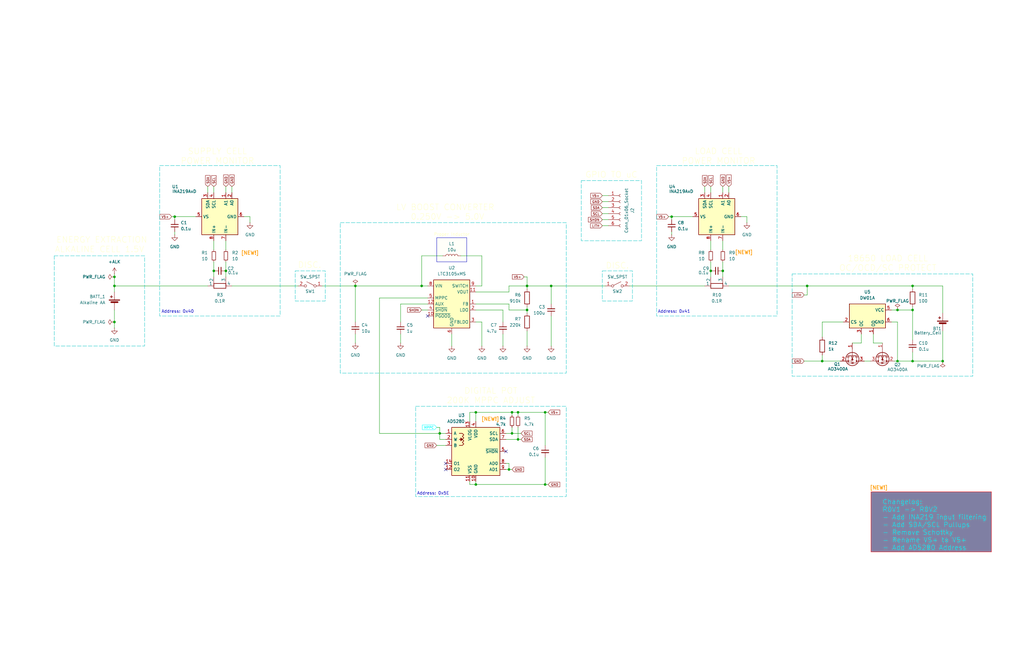
<source format=kicad_sch>
(kicad_sch (version 20250114) (generator "eeschema") (generator_version "9.0")
  (paper "B")
  (title_block (title "Joule Thief") (date "2025-03-06") (rev "R0 V2") (company "Suneater Labs"))
  (lib_symbols
    (symbol "Battery_Management:DW01A"
      (property "Reference" "U" (at -6.604 6.35 0))
      (property "Value" "DW01A" (at 4.318 6.604 0))
      (symbol "DW01A_0_1"
        (pin power_in line (at -10.16 2.54 0) (length 2.54) (name "VCC") (number "5"))
        (pin power_in line (at -10.16 -2.54 0) (length 2.54) (name "GND") (number "6"))
        (pin output line (at -2.54 -7.62 90) (length 2.54) (name "OD") (number "1"))
        (pin output line (at 2.54 -7.62 90) (length 2.54) (name "OC") (number "3"))
        (pin input line (at 10.16 -2.54 180) (length 2.54) (name "CS") (number "2"))
      )
      (symbol "DW01A_1_1"
        (rectangle (start -7.62 5.08) (end 7.62 -5.08) (stroke (width 0.254)) (fill (type background)))
        (pin no_connect line (at 10.16 2.54 180) (length 2.54) (hide yes) (name "TD") (number "4"))
      )
    )
    (symbol "Connector:Conn_01x06_Socket" (pin_names (offset 1.016) (hide yes))
      (property "Reference" "J" (at 0 7.62 0))
      (property "Value" "Conn_01x06_Socket" (at 0 -10.16 0))
      (symbol "Conn_01x06_Socket_1_1"
        (polyline (pts (xy -1.27 5.08) (xy -0.508 5.08)) (stroke (width 0.1524)))
        (polyline (pts (xy -1.27 2.54) (xy -0.508 2.54)) (stroke (width 0.1524)))
        (polyline (pts (xy -1.27 0) (xy -0.508 0)) (stroke (width 0.1524)))
        (polyline (pts (xy -1.27 -2.54) (xy -0.508 -2.54)) (stroke (width 0.1524)))
        (polyline (pts (xy -1.27 -5.08) (xy -0.508 -5.08)) (stroke (width 0.1524)))
        (polyline (pts (xy -1.27 -7.62) (xy -0.508 -7.62)) (stroke (width 0.1524)))
        (arc (start 0 4.572) (mid -0.5058 5.08) (end 0 5.588) (stroke (width 0.1524)))
        (arc (start 0 2.032) (mid -0.5058 2.54) (end 0 3.048) (stroke (width 0.1524)))
        (arc (start 0 -0.508) (mid -0.5058 0) (end 0 0.508) (stroke (width 0.1524)))
        (arc (start 0 -3.048) (mid -0.5058 -2.54) (end 0 -2.032) (stroke (width 0.1524)))
        (arc (start 0 -5.588) (mid -0.5058 -5.08) (end 0 -4.572) (stroke (width 0.1524)))
        (arc (start 0 -8.128) (mid -0.5058 -7.62) (end 0 -7.112) (stroke (width 0.1524)))
        (pin passive line (at -5.08 5.08 0) (length 3.81) (name "Pin_1") (number "1"))
        (pin passive line (at -5.08 2.54 0) (length 3.81) (name "Pin_2") (number "2"))
        (pin passive line (at -5.08 0 0) (length 3.81) (name "Pin_3") (number "3"))
        (pin passive line (at -5.08 -2.54 0) (length 3.81) (name "Pin_4") (number "4"))
        (pin passive line (at -5.08 -5.08 0) (length 3.81) (name "Pin_5") (number "5"))
        (pin passive line (at -5.08 -7.62 0) (length 3.81) (name "Pin_6") (number "6"))
      )
    )
    (symbol "Device:Battery_Cell" (pin_numbers (hide yes)) (pin_names (offset 0) (hide yes))
      (property "Reference" "BT" (at 2.54 2.54 0))
      (property "Value" "Battery_Cell" (at 2.54 0 0))
      (symbol "Battery_Cell_0_1"
        (rectangle (start -2.286 1.778) (end 2.286 1.524) (fill (type outline)))
        (rectangle (start -1.524 1.016) (end 1.524 0.508) (fill (type outline)))
        (polyline (pts (xy 0 1.778) (xy 0 2.54)))
        (polyline (pts (xy 0 0.762) (xy 0 0)))
        (polyline (pts (xy 0.762 3.048) (xy 1.778 3.048)) (stroke (width 0.254)))
        (polyline (pts (xy 1.27 3.556) (xy 1.27 2.54)) (stroke (width 0.254)))
      )
      (symbol "Battery_Cell_1_1"
        (pin passive line (at 0 5.08 270) (length 2.54) (name "+") (number "1"))
        (pin passive line (at 0 -2.54 90) (length 2.54) (name "-") (number "2"))
      )
    )
    (symbol "Device:C_Small" (pin_numbers (hide yes)) (pin_names (offset 0.254) (hide yes))
      (property "Reference" "C" (at 0.254 1.778 0))
      (property "Value" "C_Small" (at 0.254 -2.032 0))
      (symbol "C_Small_0_1"
        (polyline (pts (xy -1.524 0.508) (xy 1.524 0.508)) (stroke (width 0.3048)))
        (polyline (pts (xy -1.524 -0.508) (xy 1.524 -0.508)) (stroke (width 0.3302)))
      )
      (symbol "C_Small_1_1"
        (pin passive line (at 0 2.54 270) (length 2.032) (name "~") (number "1"))
        (pin passive line (at 0 -2.54 90) (length 2.032) (name "~") (number "2"))
      )
    )
    (symbol "Device:L" (pin_numbers (hide yes)) (pin_names (offset 1.016) (hide yes))
      (property "Reference" "L" (at -1.27 0 90))
      (property "Value" "L" (at 1.905 0 90))
      (symbol "L_0_1"
        (arc (start 0 2.54) (mid 0.6323 1.905) (end 0 1.27))
        (arc (start 0 1.27) (mid 0.6323 0.635) (end 0 0))
        (arc (start 0 0) (mid 0.6323 -0.635) (end 0 -1.27))
        (arc (start 0 -1.27) (mid 0.6323 -1.905) (end 0 -2.54))
      )
      (symbol "L_1_1"
        (pin passive line (at 0 3.81 270) (length 1.27) (name "1") (number "1"))
        (pin passive line (at 0 -3.81 90) (length 1.27) (name "2") (number "2"))
      )
    )
    (symbol "Device:R" (pin_numbers (hide yes)) (pin_names (offset 0))
      (property "Reference" "R" (at 2.032 0 90))
      (property "Value" "R" (at 0 0 90))
      (symbol "R_0_1"
        (rectangle (start -1.016 -2.54) (end 1.016 2.54) (stroke (width 0.254)))
      )
      (symbol "R_1_1"
        (pin passive line (at 0 3.81 270) (length 1.27) (name "~") (number "1"))
        (pin passive line (at 0 -3.81 90) (length 1.27) (name "~") (number "2"))
      )
    )
    (symbol "Device:R_Shunt" (pin_numbers (hide yes)) (pin_names (offset 0))
      (property "Reference" "R" (at -4.445 0 90))
      (property "Value" "R_Shunt" (at -2.54 0 90))
      (symbol "R_Shunt_0_1"
        (rectangle (start -1.016 -2.54) (end 1.016 2.54) (stroke (width 0.254)))
        (polyline (pts (xy 0 -2.54) (xy 1.27 -2.54)))
        (polyline (pts (xy 1.27 2.54) (xy 0 2.54)))
      )
      (symbol "R_Shunt_1_1"
        (pin passive line (at 0 5.08 270) (length 2.54) (name "1") (number "1"))
        (pin passive line (at 0 -5.08 90) (length 2.54) (name "4") (number "4"))
        (pin passive line (at 3.81 2.54 180) (length 2.54) (name "2") (number "2"))
        (pin passive line (at 3.81 -2.54 180) (length 2.54) (name "3") (number "3"))
      )
    )
    (symbol "Device:R_Small" (pin_numbers (hide yes)) (pin_names (offset 0.254) (hide yes))
      (property "Reference" "R" (at 0.762 0.508 0))
      (property "Value" "R_Small" (at 0.762 -1.016 0))
      (symbol "R_Small_0_1"
        (rectangle (start -0.762 1.778) (end 0.762 -1.778) (stroke (width 0.2032)))
      )
      (symbol "R_Small_1_1"
        (pin passive line (at 0 2.54 270) (length 0.762) (name "~") (number "1"))
        (pin passive line (at 0 -2.54 90) (length 0.762) (name "~") (number "2"))
      )
    )
    (symbol "Potentiometer_Digital:AD5280" (pin_names (offset 0.762))
      (property "Reference" "U" (at -7.62 11.43 0))
      (property "Value" "AD5280" (at 5.588 11.43 0))
      (symbol "AD5280_0_1"
        (rectangle (start -10.16 10.16) (end 10.16 -10.16) (stroke (width 0.254)) (fill (type background)))
        (polyline (pts (xy 6.985 7.62) (xy 5.715 7.62) (xy 5.08 6.985) (xy 5.715 6.35) (xy 5.08 5.715) (xy 5.715 5.08) (xy 5.08 4.445) (xy 5.715 3.81) (xy 5.08 3.175) (xy 5.715 2.54) (xy 6.985 2.54)) (stroke (width 0.254)))
        (polyline (pts (xy 6.985 5.08) (xy 6.35 5.08) (xy 5.715 5.08) (xy 6.35 5.715) (xy 6.35 4.445) (xy 5.715 5.08)) (stroke (width 0.254)) (fill (type outline)))
      )
      (symbol "AD5280_1_1"
        (pin input line (at -12.7 7.62 0) (length 2.54) (name "SCL") (number "6"))
        (pin bidirectional line (at -12.7 5.08 0) (length 2.54) (name "SDA") (number "7"))
        (pin input line (at -12.7 0 0) (length 2.54) (name "~{SHDN}") (number "5"))
        (pin input line (at -12.7 -5.08 0) (length 2.54) (name "AD0") (number "8"))
        (pin input line (at -12.7 -7.62 0) (length 2.54) (name "AD1") (number "9"))
        (pin power_in line (at 0 12.7 270) (length 2.54) (name "VDD") (number "4"))
        (pin power_in line (at 0 -12.7 90) (length 2.54) (name "GND") (number "10"))
        (pin power_in line (at 2.54 12.7 270) (length 2.54) (name "VLOG") (number "13"))
        (pin power_in line (at 2.54 -12.7 90) (length 2.54) (name "VSS") (number "11"))
        (pin passive line (at 12.7 7.62 180) (length 2.54) (name "A") (number "1"))
        (pin passive line (at 12.7 5.08 180) (length 2.54) (name "W") (number "2"))
        (pin passive line (at 12.7 2.54 180) (length 2.54) (name "B") (number "3"))
        (pin output line (at 12.7 -5.08 180) (length 2.54) (name "O1") (number "14"))
        (pin output line (at 12.7 -7.62 180) (length 2.54) (name "O2") (number "12"))
      )
    )
    (symbol "Regulator_Switching:LTC3105xMS"
      (property "Reference" "U" (at -6.35 11.43 0))
      (property "Value" "LTC3105xMS" (at 5.08 11.43 0))
      (symbol "LTC3105xMS_0_0"
        (pin power_in line (at -10.16 7.62 0) (length 2.54) (name "VIN") (number "8"))
        (pin input line (at -10.16 2.54 0) (length 2.54) (name "MPPC") (number "5"))
        (pin output line (at -10.16 0 0) (length 2.54) (name "AUX") (number "12"))
        (pin input line (at -10.16 -2.54 0) (length 2.54) (name "~{SHDN}") (number "4"))
        (pin open_collector line (at -10.16 -5.08 0) (length 2.54) (name "~{PGOOD}") (number "10"))
        (pin power_in line (at 0 -12.7 90) (length 2.54) (name "GND") (number "6"))
        (pin passive line (at 0 -12.7 90) (length 2.54) (hide yes) (name "GND") (number "7"))
        (pin passive line (at 10.16 7.62 180) (length 2.54) (name "SWITCH") (number "9"))
        (pin power_out line (at 10.16 5.08 180) (length 2.54) (name "VOUT") (number "11"))
        (pin input line (at 10.16 0 180) (length 2.54) (name "FB") (number "1"))
        (pin output line (at 10.16 -2.54 180) (length 2.54) (name "LDO") (number "2"))
        (pin input line (at 10.16 -7.62 180) (length 2.54) (name "FBLDO") (number "3"))
      )
      (symbol "LTC3105xMS_0_1"
        (rectangle (start -7.62 -10.16) (end 7.62 10.16) (stroke (width 0.254)) (fill (type background)))
      )
    )
    (symbol "Sensor_Energy:INA219AxD"
      (property "Reference" "U" (at -6.35 8.89 0))
      (property "Value" "INA219AxD" (at 5.08 8.89 0))
      (symbol "INA219AxD_0_1"
        (rectangle (start -7.62 7.62) (end 7.62 -7.62) (stroke (width 0.254)) (fill (type background)))
      )
      (symbol "INA219AxD_1_1"
        (pin input line (at -10.16 2.54 0) (length 2.54) (name "IN+") (number "8"))
        (pin input line (at -10.16 -2.54 0) (length 2.54) (name "IN-") (number "7"))
        (pin power_in line (at 0 10.16 270) (length 2.54) (name "VS") (number "5"))
        (pin power_in line (at 0 -10.16 90) (length 2.54) (name "GND") (number "6"))
        (pin bidirectional line (at 10.16 5.08 180) (length 2.54) (name "SDA") (number "3"))
        (pin input line (at 10.16 2.54 180) (length 2.54) (name "SCL") (number "4"))
        (pin input line (at 10.16 -2.54 180) (length 2.54) (name "A1") (number "1"))
        (pin input line (at 10.16 -5.08 180) (length 2.54) (name "A0") (number "2"))
      )
    )
    (symbol "Switch:SW_SPST" (pin_names (offset 0) (hide yes))
      (property "Reference" "SW" (at 0 3.175 0))
      (property "Value" "SW_SPST" (at 0 -2.54 0))
      (symbol "SW_SPST_0_0"
        (circle (center -2.032 0) (radius 0.508))
        (polyline (pts (xy -1.524 0.254) (xy 1.524 1.778)))
        (circle (center 2.032 0) (radius 0.508))
      )
      (symbol "SW_SPST_1_1"
        (pin passive line (at -5.08 0 0) (length 2.54) (name "A") (number "1"))
        (pin passive line (at 5.08 0 180) (length 2.54) (name "B") (number "2"))
      )
    )
    (symbol "Transistor_FET:AO3400A" (pin_names (hide yes))
      (property "Reference" "Q" (at 5.08 1.905 0))
      (property "Value" "AO3400A" (at 5.08 0 0))
      (symbol "AO3400A_0_1"
        (polyline (pts (xy 0.254 1.905) (xy 0.254 -1.905)) (stroke (width 0.254)))
        (polyline (pts (xy 0.254 0) (xy -2.54 0)))
        (polyline (pts (xy 0.762 2.286) (xy 0.762 1.27)) (stroke (width 0.254)))
        (polyline (pts (xy 0.762 0.508) (xy 0.762 -0.508)) (stroke (width 0.254)))
        (polyline (pts (xy 0.762 -1.27) (xy 0.762 -2.286)) (stroke (width 0.254)))
        (polyline (pts (xy 0.762 -1.778) (xy 3.302 -1.778) (xy 3.302 1.778) (xy 0.762 1.778)))
        (polyline (pts (xy 1.016 0) (xy 2.032 0.381) (xy 2.032 -0.381) (xy 1.016 0)) (fill (type outline)))
        (circle (center 1.651 0) (radius 2.794) (stroke (width 0.254)))
        (polyline (pts (xy 2.54 2.54) (xy 2.54 1.778)))
        (circle (center 2.54 1.778) (radius 0.254) (fill (type outline)))
        (circle (center 2.54 -1.778) (radius 0.254) (fill (type outline)))
        (polyline (pts (xy 2.54 -2.54) (xy 2.54 0) (xy 0.762 0)))
        (polyline (pts (xy 2.794 0.508) (xy 2.921 0.381) (xy 3.683 0.381) (xy 3.81 0.254)))
        (polyline (pts (xy 3.302 0.381) (xy 2.921 -0.254) (xy 3.683 -0.254) (xy 3.302 0.381)))
      )
      (symbol "AO3400A_1_1"
        (pin input line (at -5.08 0 0) (length 2.54) (name "G") (number "1"))
        (pin passive line (at 2.54 5.08 270) (length 2.54) (name "D") (number "3"))
        (pin passive line (at 2.54 -5.08 90) (length 2.54) (name "S") (number "2"))
      )
    )
    (symbol "power:+BATT" (power) (pin_numbers (hide yes)) (pin_names (offset 0) (hide yes))
      (property "Value" "+BATT" (at 0 3.556 0))
      (symbol "+BATT_0_1"
        (polyline (pts (xy -0.762 1.27) (xy 0 2.54)))
        (polyline (pts (xy 0 2.54) (xy 0.762 1.27)))
        (polyline (pts (xy 0 0) (xy 0 2.54)))
      )
      (symbol "+BATT_1_1"
        (pin power_in line (at 0 0 90) (length 0) (name "~") (number "1"))
      )
    )
    (symbol "power:GND" (power) (pin_numbers (hide yes)) (pin_names (offset 0) (hide yes))
      (property "Value" "GND" (at 0 -3.81 0))
      (symbol "GND_0_1"
        (polyline (pts (xy 0 0) (xy 0 -1.27) (xy 1.27 -1.27) (xy 0 -2.54) (xy -1.27 -1.27) (xy 0 -1.27)))
      )
      (symbol "GND_1_1"
        (pin power_in line (at 0 0 270) (length 0) (name "~") (number "1"))
      )
    )
    (symbol "power:PWR_FLAG" (power) (pin_numbers (hide yes)) (pin_names (offset 0) (hide yes))
      (property "Value" "PWR_FLAG" (at 0 3.81 0))
      (symbol "PWR_FLAG_0_0"
        (pin power_out line (at 0 0 90) (length 0) (name "~") (number "1"))
      )
      (symbol "PWR_FLAG_0_1"
        (polyline (pts (xy 0 0) (xy 0 1.27) (xy -1.016 1.905) (xy 0 2.54) (xy 1.016 1.905) (xy 0 1.27)))
      )
    )
  )
  (rectangle (start 184.15 100.33) (end 196.85 110.49) (fill (type color) (color 255 255 194 0.1)))
  (rectangle (start 254 114.3) (end 266.7 127) (stroke (width 0) (type dash) (color 0 194 194 1)))
  (rectangle (start 67.31 69.85) (end 118.11 133.35) (stroke (width 0) (type dash) (color 0 194 194 1)))
  (rectangle (start 22.86 107.95) (end 60.96 146.05) (stroke (width 0) (type dash) (color 0 194 194 1)))
  (rectangle (start 367.284 207.518) (end 418.084 232.918) (stroke (width 0) (color 255 0 0 1)) (fill (type color) (color 0 0 72 0.5)))
  (rectangle (start 143.51 93.98) (end 238.76 157.48) (stroke (width 0) (type dash) (color 0 194 194 1)))
  (rectangle (start 276.86 69.85) (end 327.66 133.35) (stroke (width 0) (type dash) (color 0 194 194 1)))
  (rectangle (start 238.76 171.45) (end 175.26 209.55) (stroke (width 0) (type dash) (color 0 194 194 1)))
  (rectangle (start 245.11 76.2) (end 270.51 101.6) (stroke (width 0) (type dash) (color 0 194 194 1)))
  (rectangle (start 124.46 114.3) (end 137.16 127) (stroke (width 0) (type dash) (color 0 194 194 1)))
  (rectangle (start 334.01 115.57) (end 410.21 158.75) (stroke (width 0) (type dash) (color 0 194 194 1)))
  (text "Address: 0x41" (at 284.226 131.572 0) (effects (font (size 1.27 1.27))))
  (text "DIGITAL POT\n200K MPPC ADJUST" (at 207.01 167.132 0) (effects (font (size 2.5 2.5))))
  (text "[NEW!]" (at 105.41 106.934 0) (effects (font (size 1.5 1.5) (thickness 0.254) (bold yes))))
  (text "[NEW!]" (at 206.756 177.038 0) (effects (font (size 1.5 1.5) (thickness 0.254) (bold yes))))
  (text "SUPPLY CELL\nPOWER MONITOR" (at 91.694 66.04 0) (effects (font (size 2.5 2.5))))
  (text "ENERGY EXTRACTION\nALKALINE CELL 1.5V " (at 42.926 103.378 0) (effects (font (size 2.5 2.5))))
  (text "Address: 0x5E" (at 182.626 208.28 0) (effects (font (size 1.27 1.27))))
  (text "DISC." (at 260.35 112.268 0) (effects (font (size 2.5 2.5))))
  (text "LOAD CELL\nPOWER MONITOR" (at 303.022 66.04 0) (effects (font (size 2.5 2.5))))
  (text "[NEW!]" (at 313.69 106.68 0) (effects (font (size 1.5 1.5) (thickness 0.254) (bold yes))))
  (text "GPIO TO uC" (at 257.81 73.914 0) (effects (font (size 2.5 2.5))))
  (text "18650 LOAD CELL\nOC/OCD/SC PROTECT\n" (at 374.396 111.252 0) (effects (font (size 2.5 2.5))))
  (text "Address: 0x40" (at 74.93 131.572 0) (effects (font (size 1.27 1.27))))
  (text "Changelog:\nR0V1 -> R0V2\n- Add INA219 input filtering\n- Add SDA/SCL Pullups\n- Remove Schottky\n- Rename VS+ to V5+\n- Add AD5280 Address" (at 372.11 210.82 0) (effects (font (size 2 2) (thickness 0.1588)) (justify left top)))
  (text "Proper Inductor" (at 190.5 99.06 0) (effects (font (size 1.27 1.27))))
  (text "[NEW!]" (at 370.586 205.994 0) (effects (font (size 1.5 1.5) (thickness 0.254) (bold yes))))
  (text "DISC." (at 130.556 112.014 0) (effects (font (size 2.5 2.5))))
  (text "LV BOOST CONVERTER \n0.250V -> 5.0V" (at 188.722 89.662 0) (effects (font (size 2.5 2.5))))
  (junction (at 384.81 152.4))
  (junction (at 218.44 173.99))
  (junction (at 218.44 185.42))
  (junction (at 229.87 173.99))
  (junction (at 90.17 114.3))
  (junction (at 200.66 173.99))
  (junction (at 177.8 120.65))
  (junction (at 222.25 130.81))
  (junction (at 384.81 130.81))
  (junction (at 48.26 120.65))
  (junction (at 200.66 204.47))
  (junction (at 397.51 152.4))
  (junction (at 185.42 182.88))
  (junction (at 346.71 152.4))
  (junction (at 283.21 91.44))
  (junction (at 378.46 130.81))
  (junction (at 214.63 198.12))
  (junction (at 384.81 120.65))
  (junction (at 215.9 173.99))
  (junction (at 299.72 114.3))
  (junction (at 222.25 120.65))
  (junction (at 378.46 152.4))
  (junction (at 304.8 114.3))
  (junction (at 340.36 120.65))
  (junction (at 48.26 116.84))
  (junction (at 95.25 114.3))
  (junction (at 73.66 91.44))
  (junction (at 229.87 204.47))
  (junction (at 149.86 120.65))
  (junction (at 215.9 182.88))
  (junction (at 232.41 120.65))
  (junction (at 48.26 135.89))
  (no_connect (at 187.96 198.12))
  (no_connect (at 180.34 133.35))
  (no_connect (at 187.96 195.58))
  (no_connect (at 213.36 190.5))
  (wire (pts (xy 232.41 146.05) (xy 232.41 133.35)))
  (wire (pts (xy 200.66 123.19) (xy 214.63 123.19)))
  (wire (pts (xy 185.42 180.34) (xy 184.15 180.34)))
  (wire (pts (xy 90.17 101.6) (xy 90.17 105.41)))
  (wire (pts (xy 87.63 78.74) (xy 87.63 81.28)))
  (wire (pts (xy 256.54 87.63) (xy 254 87.63)))
  (wire (pts (xy 346.71 149.86) (xy 346.71 152.4)))
  (wire (pts (xy 190.5 140.97) (xy 190.5 146.05)))
  (wire (pts (xy 200.66 130.81) (xy 212.09 130.81)))
  (wire (pts (xy 160.02 125.73) (xy 180.34 125.73)))
  (wire (pts (xy 397.51 120.65) (xy 397.51 132.08)))
  (wire (pts (xy 256.54 95.25) (xy 254 95.25)))
  (wire (pts (xy 212.09 140.97) (xy 212.09 146.05)))
  (wire (pts (xy 73.66 91.44) (xy 73.66 92.71)))
  (wire (pts (xy 200.66 203.2) (xy 200.66 204.47)))
  (wire (pts (xy 168.91 128.27) (xy 168.91 135.89)))
  (wire (pts (xy 229.87 173.99) (xy 229.87 187.96)))
  (wire (pts (xy 48.26 130.81) (xy 48.26 135.89)))
  (wire (pts (xy 299.72 78.74) (xy 299.72 81.28)))
  (wire (pts (xy 160.02 125.73) (xy 160.02 182.88)))
  (wire (pts (xy 200.66 128.27) (xy 214.63 128.27)))
  (wire (pts (xy 304.8 101.6) (xy 304.8 105.41)))
  (wire (pts (xy 95.25 114.3) (xy 95.25 116.84)))
  (wire (pts (xy 378.46 152.4) (xy 384.81 152.4)))
  (wire (pts (xy 177.8 107.95) (xy 186.69 107.95)))
  (wire (pts (xy 222.25 129.54) (xy 222.25 130.81)))
  (wire (pts (xy 299.72 114.3) (xy 299.72 116.84)))
  (wire (pts (xy 218.44 173.99) (xy 218.44 175.26)))
  (wire (pts (xy 378.46 130.81) (xy 384.81 130.81)))
  (wire (pts (xy 232.41 128.27) (xy 232.41 120.65)))
  (wire (pts (xy 340.36 120.65) (xy 340.36 124.46)))
  (wire (pts (xy 229.87 193.04) (xy 229.87 204.47)))
  (wire (pts (xy 105.41 91.44) (xy 105.41 93.98)))
  (wire (pts (xy 177.8 120.65) (xy 180.34 120.65)))
  (wire (pts (xy 384.81 148.59) (xy 384.81 152.4)))
  (wire (pts (xy 222.25 130.81) (xy 222.25 132.08)))
  (wire (pts (xy 346.71 135.89) (xy 346.71 142.24)))
  (wire (pts (xy 304.8 78.74) (xy 304.8 81.28)))
  (wire (pts (xy 48.26 120.65) (xy 48.26 123.19)))
  (wire (pts (xy 299.72 101.6) (xy 299.72 105.41)))
  (wire (pts (xy 218.44 173.99) (xy 229.87 173.99)))
  (wire (pts (xy 314.96 91.44) (xy 314.96 93.98)))
  (wire (pts (xy 363.22 140.97) (xy 363.22 144.78)))
  (wire (pts (xy 283.21 97.79) (xy 283.21 99.06)))
  (wire (pts (xy 355.6 135.89) (xy 346.71 135.89)))
  (wire (pts (xy 160.02 182.88) (xy 185.42 182.88)))
  (wire (pts (xy 200.66 173.99) (xy 200.66 177.8)))
  (wire (pts (xy 218.44 180.34) (xy 218.44 185.42)))
  (wire (pts (xy 97.79 120.65) (xy 125.73 120.65)))
  (wire (pts (xy 102.87 91.44) (xy 105.41 91.44)))
  (wire (pts (xy 368.3 140.97) (xy 368.3 144.78)))
  (wire (pts (xy 215.9 182.88) (xy 213.36 182.88)))
  (wire (pts (xy 297.18 78.74) (xy 297.18 81.28)))
  (wire (pts (xy 214.63 195.58) (xy 213.36 195.58)))
  (wire (pts (xy 90.17 78.74) (xy 90.17 81.28)))
  (wire (pts (xy 200.66 204.47) (xy 198.12 204.47)))
  (wire (pts (xy 364.49 152.4) (xy 367.03 152.4)))
  (wire (pts (xy 299.72 110.49) (xy 299.72 114.3)))
  (wire (pts (xy 222.25 120.65) (xy 222.25 121.92)))
  (wire (pts (xy 218.44 185.42) (xy 213.36 185.42)))
  (wire (pts (xy 214.63 123.19) (xy 214.63 120.65)))
  (wire (pts (xy 97.79 78.74) (xy 97.79 81.28)))
  (wire (pts (xy 215.9 173.99) (xy 218.44 173.99)))
  (wire (pts (xy 222.25 116.84) (xy 222.25 120.65)))
  (wire (pts (xy 368.3 144.78) (xy 372.11 144.78)))
  (wire (pts (xy 177.8 130.81) (xy 180.34 130.81)))
  (wire (pts (xy 95.25 78.74) (xy 95.25 81.28)))
  (wire (pts (xy 346.71 152.4) (xy 354.33 152.4)))
  (wire (pts (xy 200.66 173.99) (xy 215.9 173.99)))
  (wire (pts (xy 256.54 85.09) (xy 254 85.09)))
  (wire (pts (xy 187.96 187.96) (xy 184.15 187.96)))
  (wire (pts (xy 212.09 130.81) (xy 212.09 135.89)))
  (wire (pts (xy 198.12 173.99) (xy 198.12 177.8)))
  (wire (pts (xy 384.81 143.51) (xy 384.81 130.81)))
  (wire (pts (xy 384.81 152.4) (xy 397.51 152.4)))
  (wire (pts (xy 149.86 120.65) (xy 177.8 120.65)))
  (wire (pts (xy 231.14 204.47) (xy 229.87 204.47)))
  (wire (pts (xy 222.25 120.65) (xy 232.41 120.65)))
  (wire (pts (xy 95.25 110.49) (xy 95.25 114.3)))
  (wire (pts (xy 265.43 120.65) (xy 297.18 120.65)))
  (wire (pts (xy 214.63 120.65) (xy 222.25 120.65)))
  (wire (pts (xy 200.66 173.99) (xy 198.12 173.99)))
  (wire (pts (xy 215.9 173.99) (xy 215.9 175.26)))
  (wire (pts (xy 200.66 120.65) (xy 203.2 120.65)))
  (wire (pts (xy 283.21 91.44) (xy 292.1 91.44)))
  (wire (pts (xy 168.91 140.97) (xy 168.91 144.78)))
  (wire (pts (xy 384.81 120.65) (xy 397.51 120.65)))
  (wire (pts (xy 304.8 114.3) (xy 304.8 116.84)))
  (wire (pts (xy 222.25 146.05) (xy 222.25 139.7)))
  (wire (pts (xy 203.2 135.89) (xy 203.2 146.05)))
  (wire (pts (xy 256.54 92.71) (xy 254 92.71)))
  (wire (pts (xy 375.92 130.81) (xy 378.46 130.81)))
  (wire (pts (xy 384.81 129.54) (xy 384.81 130.81)))
  (wire (pts (xy 219.71 185.42) (xy 218.44 185.42)))
  (wire (pts (xy 283.21 91.44) (xy 283.21 92.71)))
  (wire (pts (xy 220.98 116.84) (xy 222.25 116.84)))
  (wire (pts (xy 73.66 97.79) (xy 73.66 99.06)))
  (wire (pts (xy 95.25 101.6) (xy 95.25 105.41)))
  (wire (pts (xy 307.34 78.74) (xy 307.34 81.28)))
  (wire (pts (xy 307.34 120.65) (xy 340.36 120.65)))
  (wire (pts (xy 340.36 120.65) (xy 384.81 120.65)))
  (wire (pts (xy 187.96 185.42) (xy 185.42 185.42)))
  (wire (pts (xy 375.92 135.89) (xy 378.46 135.89)))
  (wire (pts (xy 231.14 173.99) (xy 229.87 173.99)))
  (wire (pts (xy 73.66 91.44) (xy 82.55 91.44)))
  (wire (pts (xy 187.96 182.88) (xy 185.42 182.88)))
  (wire (pts (xy 214.63 128.27) (xy 214.63 130.81)))
  (wire (pts (xy 90.17 114.3) (xy 90.17 116.84)))
  (wire (pts (xy 48.26 116.84) (xy 48.26 120.65)))
  (wire (pts (xy 214.63 130.81) (xy 222.25 130.81)))
  (wire (pts (xy 312.42 91.44) (xy 314.96 91.44)))
  (wire (pts (xy 281.94 91.44) (xy 283.21 91.44)))
  (wire (pts (xy 214.63 198.12) (xy 214.63 195.58)))
  (wire (pts (xy 72.39 91.44) (xy 73.66 91.44)))
  (wire (pts (xy 256.54 90.17) (xy 254 90.17)))
  (wire (pts (xy 215.9 180.34) (xy 215.9 182.88)))
  (wire (pts (xy 378.46 135.89) (xy 378.46 152.4)))
  (wire (pts (xy 215.9 198.12) (xy 214.63 198.12)))
  (wire (pts (xy 203.2 107.95) (xy 203.2 120.65)))
  (wire (pts (xy 377.19 152.4) (xy 378.46 152.4)))
  (wire (pts (xy 359.41 144.78) (xy 363.22 144.78)))
  (wire (pts (xy 200.66 135.89) (xy 203.2 135.89)))
  (wire (pts (xy 149.86 120.65) (xy 149.86 135.89)))
  (wire (pts (xy 232.41 120.65) (xy 255.27 120.65)))
  (wire (pts (xy 256.54 82.55) (xy 254 82.55)))
  (wire (pts (xy 180.34 128.27) (xy 168.91 128.27)))
  (wire (pts (xy 339.09 152.4) (xy 346.71 152.4)))
  (wire (pts (xy 48.26 120.65) (xy 87.63 120.65)))
  (wire (pts (xy 213.36 198.12) (xy 214.63 198.12)))
  (wire (pts (xy 48.26 115.57) (xy 48.26 116.84)))
  (wire (pts (xy 185.42 182.88) (xy 185.42 180.34)))
  (wire (pts (xy 219.71 182.88) (xy 215.9 182.88)))
  (wire (pts (xy 185.42 182.88) (xy 185.42 185.42)))
  (wire (pts (xy 90.17 110.49) (xy 90.17 114.3)))
  (wire (pts (xy 304.8 110.49) (xy 304.8 114.3)))
  (wire (pts (xy 135.89 120.65) (xy 149.86 120.65)))
  (wire (pts (xy 198.12 203.2) (xy 198.12 204.47)))
  (wire (pts (xy 340.36 124.46) (xy 339.09 124.46)))
  (wire (pts (xy 397.51 139.7) (xy 397.51 152.4)))
  (wire (pts (xy 194.31 107.95) (xy 203.2 107.95)))
  (wire (pts (xy 384.81 120.65) (xy 384.81 121.92)))
  (wire (pts (xy 200.66 204.47) (xy 229.87 204.47)))
  (wire (pts (xy 149.86 140.97) (xy 149.86 144.78)))
  (wire (pts (xy 48.26 135.89) (xy 48.26 138.43)))
  (wire (pts (xy 177.8 120.65) (xy 177.8 107.95)))
  (global_label "GND" (shape input) (at 254 85.09 180) (effects (font (size 1 1))) (property "Intersheetrefs" "${INTERSHEET_REFS}" (effects (hide yes))))
  (global_label "GND" (shape input) (at 231.14 204.47 0) (effects (font (size 1 1))) (property "Intersheetrefs" "${INTERSHEET_REFS}" (effects (hide yes))))
  (global_label "GND" (shape input) (at 304.8 78.74 90) (effects (font (size 1 1))) (property "Intersheetrefs" "${INTERSHEET_REFS}" (effects (hide yes))))
  (global_label "GND" (shape input) (at 339.09 152.4 180) (effects (font (size 1 1))) (property "Intersheetrefs" "${INTERSHEET_REFS}" (effects (hide yes))))
  (global_label "SDA" (shape input) (at 254 87.63 180) (effects (font (size 1 1))) (property "Intersheetrefs" "${INTERSHEET_REFS}" (effects (hide yes))))
  (global_label "V5+" (shape input) (at 254 82.55 180) (effects (font (size 1 1))) (property "Intersheetrefs" "${INTERSHEET_REFS}" (effects (hide yes))))
  (global_label "V5+" (shape input) (at 231.14 173.99 0) (effects (font (size 1 1))) (property "Intersheetrefs" "${INTERSHEET_REFS}" (effects (hide yes))))
  (global_label "V5+" (shape input) (at 220.98 116.84 180) (effects (font (size 1 1))) (property "Intersheetrefs" "${INTERSHEET_REFS}" (effects (hide yes))))
  (global_label "GND" (shape input) (at 215.9 198.12 0) (effects (font (size 1 1))) (property "Intersheetrefs" "${INTERSHEET_REFS}" (effects (hide yes))))
  (global_label "SHDN" (shape input) (at 254 92.71 180) (effects (font (size 1 1))) (property "Intersheetrefs" "${INTERSHEET_REFS}" (effects (hide yes))))
  (global_label "V5+" (shape input) (at 281.94 91.44 180) (effects (font (size 1 1))) (property "Intersheetrefs" "${INTERSHEET_REFS}" (effects (hide yes))))
  (global_label "SHDN" (shape input) (at 177.8 130.81 180) (effects (font (size 1 1))) (property "Intersheetrefs" "${INTERSHEET_REFS}" (effects (hide yes))))
  (global_label "SCL" (shape input) (at 90.17 78.74 90) (effects (font (size 1 1))) (property "Intersheetrefs" "${INTERSHEET_REFS}" (effects (hide yes))))
  (global_label "GND" (shape input) (at 97.79 78.74 90) (effects (font (size 1 1))) (property "Intersheetrefs" "${INTERSHEET_REFS}" (effects (hide yes))))
  (global_label "LITH" (shape input) (at 339.09 124.46 180) (effects (font (size 1 1))) (property "Intersheetrefs" "${INTERSHEET_REFS}" (effects (hide yes))))
  (global_label "SDA" (shape input) (at 87.63 78.74 90) (effects (font (size 1 1))) (property "Intersheetrefs" "${INTERSHEET_REFS}" (effects (hide yes))))
  (global_label "MPPC" (shape input) (at 184.15 180.34 180) (effects (font (size 1 1))) (property "Intersheetrefs" "${INTERSHEET_REFS}" (effects (hide yes))))
  (global_label "SCL" (shape input) (at 299.72 78.74 90) (effects (font (size 1 1))) (property "Intersheetrefs" "${INTERSHEET_REFS}" (effects (hide yes))))
  (global_label "SDA" (shape input) (at 297.18 78.74 90) (effects (font (size 1 1))) (property "Intersheetrefs" "${INTERSHEET_REFS}" (effects (hide yes))))
  (global_label "GND" (shape input) (at 95.25 78.74 90) (effects (font (size 1 1))) (property "Intersheetrefs" "${INTERSHEET_REFS}" (effects (hide yes))))
  (global_label "V5+" (shape input) (at 72.39 91.44 180) (effects (font (size 1 1))) (property "Intersheetrefs" "${INTERSHEET_REFS}" (effects (hide yes))))
  (global_label "SCL" (shape input) (at 254 90.17 180) (effects (font (size 1 1))) (property "Intersheetrefs" "${INTERSHEET_REFS}" (effects (hide yes))))
  (global_label "V5+" (shape input) (at 307.34 78.74 90) (effects (font (size 1 1))) (property "Intersheetrefs" "${INTERSHEET_REFS}" (effects (hide yes))))
  (global_label "SCL" (shape input) (at 219.71 182.88 0) (effects (font (size 1 1))) (property "Intersheetrefs" "${INTERSHEET_REFS}" (effects (hide yes))))
  (global_label "LITH" (shape input) (at 254 95.25 180) (effects (font (size 1 1))) (property "Intersheetrefs" "${INTERSHEET_REFS}" (effects (hide yes))))
  (global_label "GND" (shape input) (at 184.15 187.96 180) (effects (font (size 1 1))) (property "Intersheetrefs" "${INTERSHEET_REFS}" (effects (hide yes))))
  (global_label "SDA" (shape input) (at 219.71 185.42 0) (effects (font (size 1 1))) (property "Intersheetrefs" "${INTERSHEET_REFS}" (effects (hide yes))))
  (symbol (lib_id "Device:R_Small") (at 215.9 177.8 0) (mirror y) (unit 1)
    (property "Reference" "R4" (at 213.36 176.5299 0) (effects (justify left)))
    (property "Value" "4.7k" (at 213.36 179.0699 0) (effects (justify left)))
    (property "Footprint" "Resistor_SMD:R_0805_2012Metric_Pad1.20x1.40mm_HandSolder" (effects (hide yes)))
    (property "Description" "Resistor, small symbol" (effects (hide yes)))
  )
  (symbol (lib_id "power:GND") (at 314.96 93.98 0) (unit 1)
    (property "Reference" "#PWR013" (effects (hide yes)))
    (property "Value" "GND" (at 314.96 99.06 0))
    (property "Description" "Power symbol creates a global label with name \"GND\" , ground" (effects (hide yes)))
  )
  (symbol (lib_id "power:GND") (at 283.21 99.06 0) (unit 1)
    (property "Reference" "#PWR012" (effects (hide yes)))
    (property "Value" "GND" (at 283.21 104.14 0))
    (property "Description" "Power symbol creates a global label with name \"GND\" , ground" (effects (hide yes)))
  )
  (symbol (lib_id "Regulator_Switching:LTC3105xMS") (at 190.5 128.27 0) (unit 1)
    (property "Reference" "U2" (at 190.5 113.03 0))
    (property "Value" "LTC3105xMS" (at 190.5 115.57 0))
    (property "Footprint" "Package_SO:MSOP-12_3x4.039mm_P0.65mm" (effects (hide yes)))
    (property "Datasheet" "https://www.analog.com/media/en/technical-documentation/data-sheets/3105fb.pdf" (effects (hide yes)))
    (property "Description" "400mA Step-Up DC/DC Converter with Maximum Power Point Control and 250mV Start-Up, MSOP-12" (effects (hide yes)))
  )
  (symbol (lib_id "power:PWR_FLAG") (at 48.26 135.89 90) (unit 1)
    (property "Reference" "#FLG02" (effects (hide yes)))
    (property "Value" "PWR_FLAG" (at 44.45 135.8899 90) (effects (justify left)))
    (property "Description" "Special symbol for telling ERC where power comes from" (effects (hide yes)))
  )
  (symbol (lib_id "Device:C_Small") (at 212.09 138.43 0) (mirror y) (unit 1)
    (property "Reference" "C7" (at 209.55 137.1662 0) (effects (justify left)))
    (property "Value" "4.7u" (at 209.55 139.7062 0) (effects (justify left)))
    (property "Footprint" "Capacitor_SMD:C_0805_2012Metric_Pad1.18x1.45mm_HandSolder" (effects (hide yes)))
    (property "Description" "Unpolarized capacitor, small symbol" (effects (hide yes)))
  )
  (symbol (lib_id "Device:C_Small") (at 168.91 138.43 0) (unit 1)
    (property "Reference" "C5" (at 171.45 137.1662 0) (effects (justify left)))
    (property "Value" "1u" (at 171.45 139.7062 0) (effects (justify left)))
    (property "Footprint" "Capacitor_SMD:C_0805_2012Metric_Pad1.18x1.45mm_HandSolder" (effects (hide yes)))
    (property "Description" "Unpolarized capacitor, small symbol" (effects (hide yes)))
  )
  (symbol (lib_id "power:GND") (at 149.86 144.78 0) (unit 1)
    (property "Reference" "#PWR05" (effects (hide yes)))
    (property "Value" "GND" (at 149.86 149.86 0))
    (property "Description" "Power symbol creates a global label with name \"GND\" , ground" (effects (hide yes)))
  )
  (symbol (lib_id "Device:R_Small") (at 218.44 177.8 0) (unit 1)
    (property "Reference" "R5" (at 220.98 176.5299 0) (effects (justify left)))
    (property "Value" "4.7k" (at 220.98 179.0699 0) (effects (justify left)))
    (property "Footprint" "Resistor_SMD:R_0805_2012Metric_Pad1.20x1.40mm_HandSolder" (effects (hide yes)))
    (property "Description" "Resistor, small symbol" (effects (hide yes)))
  )
  (symbol (lib_id "Device:C_Small") (at 229.87 190.5 0) (mirror y) (unit 1)
    (property "Reference" "C6" (at 227.33 189.2362 0) (effects (justify left)))
    (property "Value" "0.1u" (at 227.33 191.7762 0) (effects (justify left)))
    (property "Footprint" "Capacitor_SMD:C_0805_2012Metric_Pad1.18x1.45mm_HandSolder" (effects (hide yes)))
    (property "Description" "Unpolarized capacitor, small symbol" (effects (hide yes)))
  )
  (symbol (lib_id "power:PWR_FLAG") (at 149.86 120.65 0) (unit 1)
    (property "Reference" "#FLG03" (effects (hide yes)))
    (property "Value" "PWR_FLAG" (at 149.86 115.57 0))
    (property "Description" "Special symbol for telling ERC where power comes from" (effects (hide yes)))
  )
  (symbol (lib_id "power:GND") (at 168.91 144.78 0) (unit 1)
    (property "Reference" "#PWR06" (effects (hide yes)))
    (property "Value" "GND" (at 168.91 149.86 0))
    (property "Description" "Power symbol creates a global label with name \"GND\" , ground" (effects (hide yes)))
  )
  (symbol (lib_id "Connector:Conn_01x06_Socket") (at 261.62 87.63 0) (unit 1)
    (property "Reference" "J2" (at 266.7 88.9 90))
    (property "Value" "Conn_01x06_Socket" (at 264.16 88.9 90))
    (property "Footprint" "Connector_PinSocket_2.54mm:PinSocket_1x06_P2.54mm_Vertical" (effects (hide yes)))
    (property "Description" "Generic connector, single row, 01x06, script generated" (effects (hide yes)))
  )
  (symbol (lib_id "power:GND") (at 190.5 146.05 0) (unit 1)
    (property "Reference" "#PWR07" (effects (hide yes)))
    (property "Value" "GND" (at 190.5 151.13 0))
    (property "Description" "Power symbol creates a global label with name \"GND\" , ground" (effects (hide yes)))
  )
  (symbol (lib_id "Device:Battery_Cell") (at 48.26 128.27 0) (mirror y) (unit 1)
    (property "Reference" "BATT_1" (at 44.45 125.1584 0) (effects (justify left)))
    (property "Value" "Alkaline AA" (at 44.45 127.6984 0) (effects (justify left)))
    (property "Footprint" "Joule Thief-Library:AA_Cell_Clip" (effects (hide yes)))
    (property "Description" "Single-cell battery" (effects (hide yes)))
  )
  (symbol (lib_id "power:GND") (at 203.2 146.05 0) (unit 1)
    (property "Reference" "#PWR08" (effects (hide yes)))
    (property "Value" "GND" (at 203.2 151.13 0))
    (property "Description" "Power symbol creates a global label with name \"GND\" , ground" (effects (hide yes)))
  )
  (symbol (lib_id "Device:R_Small") (at 304.8 107.95 0) (unit 1)
    (property "Reference" "R9" (at 307.34 106.6799 0) (effects (justify left)))
    (property "Value" "10" (at 307.34 109.2199 0) (effects (justify left)))
    (property "Footprint" "Resistor_SMD:R_0805_2012Metric_Pad1.20x1.40mm_HandSolder" (effects (hide yes)))
    (property "Description" "Resistor, small symbol" (effects (hide yes)))
  )
  (symbol (lib_id "Device:R") (at 346.71 146.05 180) (unit 1)
    (property "Reference" "R12" (at 349.25 144.7799 0) (effects (justify right)))
    (property "Value" "1k" (at 349.25 147.3199 0) (effects (justify right)))
    (property "Footprint" "Resistor_SMD:R_0805_2012Metric_Pad1.20x1.40mm_HandSolder" (effects (hide yes)))
    (property "Description" "Resistor" (effects (hide yes)))
  )
  (symbol (lib_id "Transistor_FET:AO3400A") (at 372.11 149.86 90) (mirror x) (unit 1)
    (property "Reference" "Q2" (at 378.46 153.924 90))
    (property "Value" "AO3400A" (at 378.46 155.956 90))
    (property "Footprint" "Package_TO_SOT_SMD:SOT-23" (effects (hide yes)))
    (property "Datasheet" "http://www.aosmd.com/pdfs/datasheet/AO3400A.pdf" (effects (hide yes)))
    (property "Description" "30V Vds, 5.7A Id, N-Channel MOSFET, SOT-23" (effects (hide yes)))
  )
  (symbol (lib_id "power:GND") (at 105.41 93.98 0) (unit 1)
    (property "Reference" "#PWR04" (effects (hide yes)))
    (property "Value" "GND" (at 105.41 99.06 0))
    (property "Description" "Power symbol creates a global label with name \"GND\" , ground" (effects (hide yes)))
  )
  (symbol (lib_id "Device:C_Small") (at 232.41 130.81 0) (mirror x) (unit 1)
    (property "Reference" "C3" (at 229.87 129.5335 0) (effects (justify right)))
    (property "Value" "100u" (at 229.87 132.0735 0) (effects (justify right)))
    (property "Footprint" "Capacitor_SMD:C_0805_2012Metric_Pad1.18x1.45mm_HandSolder" (effects (hide yes)))
    (property "Description" "Unpolarized capacitor, small symbol" (effects (hide yes)))
  )
  (symbol (lib_id "Device:C_Small") (at 73.66 95.25 0) (unit 1)
    (property "Reference" "C1" (at 76.2 93.9862 0) (effects (justify left)))
    (property "Value" "0.1u" (at 76.2 96.5262 0) (effects (justify left)))
    (property "Footprint" "Capacitor_SMD:C_0805_2012Metric_Pad1.18x1.45mm_HandSolder" (effects (hide yes)))
    (property "Description" "Unpolarized capacitor, small symbol" (effects (hide yes)))
  )
  (symbol (lib_id "Device:R_Shunt") (at 92.71 120.65 90) (unit 1)
    (property "Reference" "R3" (at 92.71 124.46 90))
    (property "Value" "0.1R" (at 92.71 127 90))
    (property "Footprint" "Resistor_SMD:R_Shunt_Vishay_WSK2512_6332Metric_T1.19mm" (effects (hide yes)))
    (property "Description" "Shunt resistor" (effects (hide yes)))
  )
  (symbol (lib_id "Potentiometer_Digital:AD5280") (at 200.66 190.5 0) (mirror y) (unit 1)
    (property "Reference" "U3" (at 195.9767 175.26 0) (effects (justify left)))
    (property "Value" "AD5280" (at 195.9767 177.8 0) (effects (justify left)))
    (property "Footprint" "Package_SO:TSSOP-14_4.4x5mm_P0.65mm" (effects (hide yes)))
    (property "Datasheet" "https://www.analog.com/media/en/technical-documentation/data-sheets/AD5280_5282.pdf" (effects (hide yes)))
    (property "Description" "Digital potentiometer, 256 position, single output, I2C interface" (effects (hide yes)))
  )
  (symbol (lib_id "Device:C_Small") (at 302.26 114.3 270) (mirror x) (unit 1)
    (property "Reference" "C9" (at 297.688 113.284 90))
    (property "Value" "0.1u" (at 296.672 115.062 90))
    (property "Footprint" "Capacitor_SMD:C_0805_2012Metric_Pad1.18x1.45mm_HandSolder" (effects (hide yes)))
    (property "Description" "Unpolarized capacitor, small symbol" (effects (hide yes)))
  )
  (symbol (lib_id "power:PWR_FLAG") (at 48.26 116.84 90) (unit 1)
    (property "Reference" "#FLG01" (effects (hide yes)))
    (property "Value" "PWR_FLAG" (at 44.45 116.8399 90) (effects (justify left)))
    (property "Description" "Special symbol for telling ERC where power comes from" (effects (hide yes)))
  )
  (symbol (lib_id "Device:R_Small") (at 299.72 107.95 0) (mirror y) (unit 1)
    (property "Reference" "R8" (at 297.18 106.6799 0) (effects (justify left)))
    (property "Value" "10" (at 297.18 109.2199 0) (effects (justify left)))
    (property "Footprint" "Resistor_SMD:R_0805_2012Metric_Pad1.20x1.40mm_HandSolder" (effects (hide yes)))
    (property "Description" "Resistor, small symbol" (effects (hide yes)))
  )
  (symbol (lib_id "Sensor_Energy:INA219AxD") (at 302.26 91.44 90) (unit 1)
    (property "Reference" "U4" (at 283.464 78.74 90))
    (property "Value" "INA219AxD" (at 287.274 80.772 90))
    (property "Footprint" "Package_SO:SOIC-8_3.9x4.9mm_P1.27mm" (effects (hide yes)))
    (property "Datasheet" "http://www.ti.com/lit/ds/symlink/ina219.pdf" (effects (hide yes)))
    (property "Description" "Zero-Drift, Bidirectional Current/Power Monitor (0-26V) With I2C Interface, SOIC-8" (effects (hide yes)))
  )
  (symbol (lib_id "Device:R_Small") (at 95.25 107.95 0) (unit 1)
    (property "Reference" "R2" (at 97.79 106.6799 0) (effects (justify left)))
    (property "Value" "10" (at 97.79 109.2199 0) (effects (justify left)))
    (property "Footprint" "Resistor_SMD:R_0805_2012Metric_Pad1.20x1.40mm_HandSolder" (effects (hide yes)))
    (property "Description" "Resistor, small symbol" (effects (hide yes)))
  )
  (symbol (lib_id "power:PWR_FLAG") (at 378.46 130.81 0) (unit 1)
    (property "Reference" "#FLG04" (effects (hide yes)))
    (property "Value" "PWR_FLAG" (at 378.46 127 0))
    (property "Description" "Special symbol for telling ERC where power comes from" (effects (hide yes)))
  )
  (symbol (lib_id "Device:C_Small") (at 384.81 146.05 0) (unit 1)
    (property "Reference" "C10" (at 387.35 144.7862 0) (effects (justify left)))
    (property "Value" "0.1u" (at 387.35 147.3262 0) (effects (justify left)))
    (property "Footprint" "Capacitor_SMD:C_0805_2012Metric_Pad1.18x1.45mm_HandSolder" (effects (hide yes)))
    (property "Description" "Unpolarized capacitor, small symbol" (effects (hide yes)))
  )
  (symbol (lib_id "Device:R_Shunt") (at 302.26 120.65 90) (unit 1)
    (property "Reference" "R10" (at 302.26 124.46 90))
    (property "Value" "0.1R" (at 302.26 127 90))
    (property "Footprint" "Resistor_SMD:R_Shunt_Vishay_WSK2512_6332Metric_T1.19mm" (effects (hide yes)))
    (property "Description" "Shunt resistor" (effects (hide yes)))
  )
  (symbol (lib_id "Device:R") (at 384.81 125.73 180) (unit 1)
    (property "Reference" "R11" (at 387.35 124.4599 0) (effects (justify right)))
    (property "Value" "100" (at 387.35 126.9999 0) (effects (justify right)))
    (property "Footprint" "Resistor_SMD:R_0805_2012Metric_Pad1.20x1.40mm_HandSolder" (effects (hide yes)))
    (property "Description" "Resistor" (effects (hide yes)))
  )
  (symbol (lib_id "Device:R_Small") (at 90.17 107.95 0) (mirror y) (unit 1)
    (property "Reference" "R1" (at 87.63 106.6799 0) (effects (justify left)))
    (property "Value" "10" (at 87.63 109.2199 0) (effects (justify left)))
    (property "Footprint" "Resistor_SMD:R_0805_2012Metric_Pad1.20x1.40mm_HandSolder" (effects (hide yes)))
    (property "Description" "Resistor, small symbol" (effects (hide yes)))
  )
  (symbol (lib_id "Switch:SW_SPST") (at 130.81 120.65 0) (mirror y) (unit 1)
    (property "Reference" "SW1" (at 130.81 122.936 0))
    (property "Value" "SW_SPST" (at 130.81 116.84 0))
    (property "Footprint" "Joule Thief-Library:SMD_DPST_Switch" (effects (hide yes)))
    (property "Description" "Single Pole Single Throw (SPST) switch" (effects (hide yes)))
  )
  (symbol (lib_id "Device:C_Small") (at 149.86 138.43 0) (unit 1)
    (property "Reference" "C4" (at 152.4 137.1662 0) (effects (justify left)))
    (property "Value" "10u" (at 152.4 139.7062 0) (effects (justify left)))
    (property "Footprint" "Capacitor_SMD:C_0805_2012Metric_Pad1.18x1.45mm_HandSolder" (effects (hide yes)))
    (property "Description" "Unpolarized capacitor, small symbol" (effects (hide yes)))
  )
  (symbol (lib_id "Sensor_Energy:INA219AxD") (at 92.71 91.44 90) (unit 1)
    (property "Reference" "U1" (at 73.914 78.74 90))
    (property "Value" "INA219AxD" (at 77.724 80.772 90))
    (property "Footprint" "Package_SO:SOIC-8_3.9x4.9mm_P1.27mm" (effects (hide yes)))
    (property "Datasheet" "http://www.ti.com/lit/ds/symlink/ina219.pdf" (effects (hide yes)))
    (property "Description" "Zero-Drift, Bidirectional Current/Power Monitor (0-26V) With I2C Interface, SOIC-8" (effects (hide yes)))
  )
  (symbol (lib_id "power:GND") (at 73.66 99.06 0) (unit 1)
    (property "Reference" "#PWR03" (effects (hide yes)))
    (property "Value" "GND" (at 73.66 104.14 0))
    (property "Description" "Power symbol creates a global label with name \"GND\" , ground" (effects (hide yes)))
  )
  (symbol (lib_id "power:PWR_FLAG") (at 397.51 152.4 180) (unit 1)
    (property "Reference" "#FLG05" (effects (hide yes)))
    (property "Value" "PWR_FLAG" (at 391.414 154.432 0))
    (property "Description" "Special symbol for telling ERC where power comes from" (effects (hide yes)))
  )
  (symbol (lib_id "power:GND") (at 232.41 146.05 0) (unit 1)
    (property "Reference" "#PWR011" (effects (hide yes)))
    (property "Value" "GND" (at 232.41 151.13 0))
    (property "Description" "Power symbol creates a global label with name \"GND\" , ground" (effects (hide yes)))
  )
  (symbol (lib_id "Device:R") (at 222.25 135.89 0) (mirror y) (unit 1)
    (property "Reference" "R7" (at 219.71 134.6199 0) (effects (justify left)))
    (property "Value" "220k" (at 219.71 137.1599 0) (effects (justify left)))
    (property "Footprint" "Resistor_SMD:R_0805_2012Metric_Pad1.20x1.40mm_HandSolder" (effects (hide yes)))
    (property "Description" "Resistor" (effects (hide yes)))
  )
  (symbol (lib_id "Device:R") (at 222.25 125.73 0) (mirror y) (unit 1)
    (property "Reference" "R6" (at 219.71 124.4599 0) (effects (justify left)))
    (property "Value" "910k" (at 219.71 126.9999 0) (effects (justify left)))
    (property "Footprint" "Resistor_SMD:R_0805_2012Metric_Pad1.20x1.40mm_HandSolder" (effects (hide yes)))
    (property "Description" "Resistor" (effects (hide yes)))
  )
  (symbol (lib_id "Transistor_FET:AO3400A") (at 359.41 149.86 270) (unit 1)
    (property "Reference" "Q1" (at 353.06 153.67 90))
    (property "Value" "AO3400A" (at 353.314 155.702 90))
    (property "Footprint" "Package_TO_SOT_SMD:SOT-23" (effects (hide yes)))
    (property "Datasheet" "http://www.aosmd.com/pdfs/datasheet/AO3400A.pdf" (effects (hide yes)))
    (property "Description" "30V Vds, 5.7A Id, N-Channel MOSFET, SOT-23" (effects (hide yes)))
  )
  (symbol (lib_id "Device:L") (at 190.5 107.95 90) (unit 1)
    (property "Reference" "L1" (at 190.5 102.87 90))
    (property "Value" "10u" (at 190.5 105.41 90))
    (property "Footprint" "Joule Thief-Library:Power_Inductor_101040" (effects (hide yes)))
    (property "Description" "Inductor" (effects (hide yes)))
  )
  (symbol (lib_id "power:+BATT") (at 48.26 115.57 0) (unit 1)
    (property "Reference" "#PWR01" (effects (hide yes)))
    (property "Value" "+ALK" (at 48.26 110.49 0))
    (property "Description" "Power symbol creates a global label with name \"+BATT\"" (effects (hide yes)))
  )
  (symbol (lib_id "Switch:SW_SPST") (at 260.35 120.65 0) (unit 1)
    (property "Reference" "SW2" (at 260.35 122.936 0))
    (property "Value" "SW_SPST" (at 260.35 116.84 0))
    (property "Footprint" "Joule Thief-Library:SMD_DPST_Switch" (effects (hide yes)))
    (property "Description" "Single Pole Single Throw (SPST) switch" (effects (hide yes)))
  )
  (symbol (lib_id "power:GND") (at 222.25 146.05 0) (unit 1)
    (property "Reference" "#PWR010" (effects (hide yes)))
    (property "Value" "GND" (at 222.25 151.13 0))
    (property "Description" "Power symbol creates a global label with name \"GND\" , ground" (effects (hide yes)))
  )
  (symbol (lib_id "Device:C_Small") (at 283.21 95.25 0) (unit 1)
    (property "Reference" "C8" (at 285.75 93.9862 0) (effects (justify left)))
    (property "Value" "0.1u" (at 285.75 96.5262 0) (effects (justify left)))
    (property "Footprint" "Capacitor_SMD:C_0805_2012Metric_Pad1.18x1.45mm_HandSolder" (effects (hide yes)))
    (property "Description" "Unpolarized capacitor, small symbol" (effects (hide yes)))
  )
  (symbol (lib_id "power:GND") (at 212.09 146.05 0) (unit 1)
    (property "Reference" "#PWR09" (effects (hide yes)))
    (property "Value" "GND" (at 212.09 151.13 0))
    (property "Description" "Power symbol creates a global label with name \"GND\" , ground" (effects (hide yes)))
  )
  (symbol (lib_id "Device:Battery_Cell") (at 397.51 137.16 0) (mirror y) (unit 1)
    (property "Reference" "BT1" (at 397.002 138.684 0) (effects (justify left)))
    (property "Value" "Battery_Cell" (at 397.002 140.462 0) (effects (justify left)))
    (property "Footprint" "Joule Thief-Library:18650_Cell_Clip" (effects (hide yes)))
    (property "Description" "Single-cell battery" (effects (hide yes)))
  )
  (symbol (lib_id "Battery_Management:DW01A") (at 365.76 133.35 0) (mirror y) (unit 1)
    (property "Reference" "U5" (at 365.76 123.19 0))
    (property "Value" "DW01A" (at 365.76 125.73 0))
    (property "Footprint" "Package_TO_SOT_SMD:SOT-23-6" (effects (hide yes)))
    (property "Datasheet" "https://hmsemi.com/downfile/DW01A.PDF" (effects (hide yes)))
    (property "Description" "Overcharge, overcurrent and overdischarge protection IC for single cell lithium-ion/polymer battery" (effects (hide yes)))
  )
  (symbol (lib_id "power:GND") (at 48.26 138.43 0) (unit 1)
    (property "Reference" "#PWR02" (effects (hide yes)))
    (property "Value" "GND" (at 48.26 143.51 0))
    (property "Description" "Power symbol creates a global label with name \"GND\" , ground" (effects (hide yes)))
  )
  (symbol (lib_id "Device:C_Small") (at 92.71 114.3 90) (unit 1)
    (property "Reference" "C2" (at 97.282 113.284 90))
    (property "Value" "0.1u" (at 98.298 115.062 90))
    (property "Footprint" "Capacitor_SMD:C_0805_2012Metric_Pad1.18x1.45mm_HandSolder" (effects (hide yes)))
    (property "Description" "Unpolarized capacitor, small symbol" (effects (hide yes)))
  )
)
</source>
